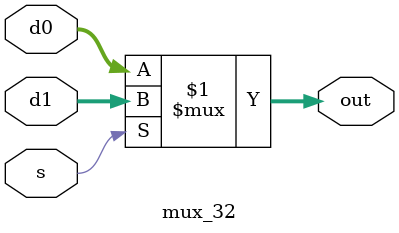
<source format=v>
/*this mux has two data inputs and one output every port is 32bit*/ 

module mux_32 (d0,d1,s,out);

	input [31:0] d0; // first data input 32 bit
	input [31:0] d1; // second data input 32 bit
	input s; //sellector 1 bit

	output [31:0] out; // output 32 bit

	assign out = (s)? d1 : d0; //test the sellector "s" 
	/*if it is low ==> the output "out" = the first data input "d0"
	if it is high ==> the output "out" = the second data input "d1"*/



endmodule
</source>
